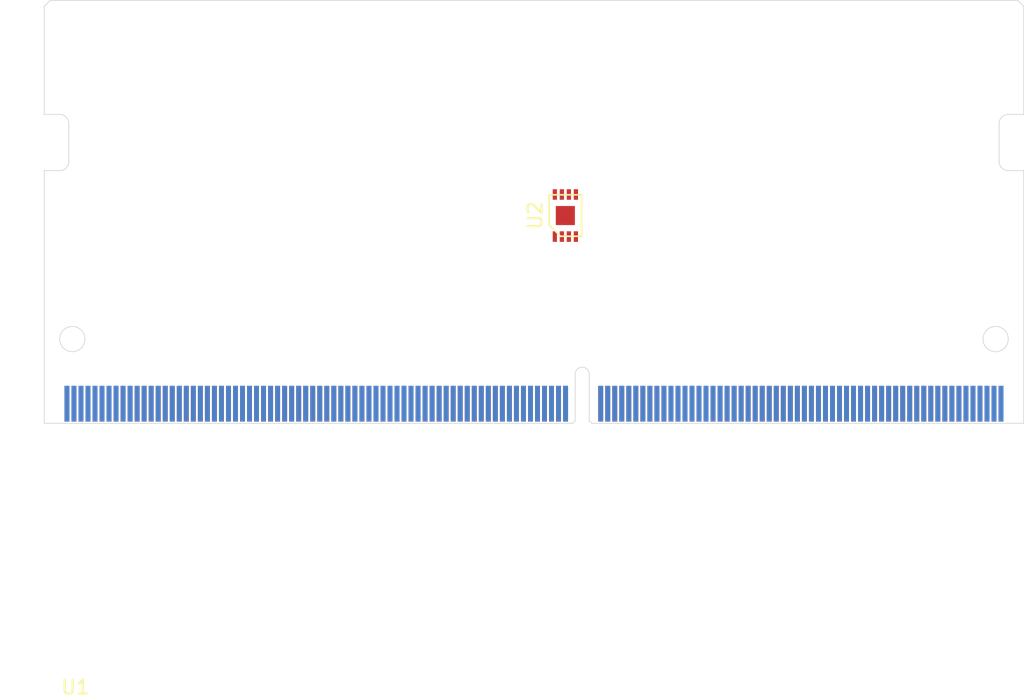
<source format=kicad_pcb>
(kicad_pcb (version 20171130) (host pcbnew "(5.1.4)-1")

  (general
    (thickness 1.3)
    (drawings 26)
    (tracks 0)
    (zones 0)
    (modules 2)
    (nets 10)
  )

  (page A4)
  (layers
    (0 F.Cu signal)
    (31 B.Cu signal)
    (32 B.Adhes user)
    (33 F.Adhes user)
    (34 B.Paste user)
    (35 F.Paste user)
    (36 B.SilkS user)
    (37 F.SilkS user)
    (38 B.Mask user)
    (39 F.Mask user)
    (40 Dwgs.User user)
    (41 Cmts.User user)
    (42 Eco1.User user)
    (43 Eco2.User user)
    (44 Edge.Cuts user)
    (45 Margin user)
    (46 B.CrtYd user)
    (47 F.CrtYd user)
    (48 B.Fab user)
    (49 F.Fab user)
  )

  (setup
    (last_trace_width 0.25)
    (trace_clearance 0.2)
    (zone_clearance 0.508)
    (zone_45_only no)
    (trace_min 0.2)
    (via_size 0.8)
    (via_drill 0.4)
    (via_min_size 0.4)
    (via_min_drill 0.3)
    (uvia_size 0.3)
    (uvia_drill 0.1)
    (uvias_allowed no)
    (uvia_min_size 0.2)
    (uvia_min_drill 0.1)
    (edge_width 0.05)
    (segment_width 0.2)
    (pcb_text_width 0.3)
    (pcb_text_size 1.5 1.5)
    (mod_edge_width 0.12)
    (mod_text_size 1 1)
    (mod_text_width 0.15)
    (pad_size 1.524 1.524)
    (pad_drill 0.762)
    (pad_to_mask_clearance 0.051)
    (solder_mask_min_width 0.25)
    (aux_axis_origin 0 0)
    (visible_elements 7FFFFFFF)
    (pcbplotparams
      (layerselection 0x010fc_ffffffff)
      (usegerberextensions false)
      (usegerberattributes false)
      (usegerberadvancedattributes false)
      (creategerberjobfile false)
      (excludeedgelayer true)
      (linewidth 0.100000)
      (plotframeref false)
      (viasonmask false)
      (mode 1)
      (useauxorigin false)
      (hpglpennumber 1)
      (hpglpenspeed 20)
      (hpglpendiameter 15.000000)
      (psnegative false)
      (psa4output false)
      (plotreference true)
      (plotvalue true)
      (plotinvisibletext false)
      (padsonsilk false)
      (subtractmaskfromsilk false)
      (outputformat 1)
      (mirror false)
      (drillshape 1)
      (scaleselection 1)
      (outputdirectory ""))
  )

  (net 0 "")
  (net 1 VSS)
  (net 2 VDD)
  (net 3 SDA)
  (net 4 A2)
  (net 5 EVENT_n)
  (net 6 A0)
  (net 7 VPP)
  (net 8 SCL)
  (net 9 A1)

  (net_class Default "Esta es la clase de red por defecto."
    (clearance 0.2)
    (trace_width 0.25)
    (via_dia 0.8)
    (via_drill 0.4)
    (uvia_dia 0.3)
    (uvia_drill 0.1)
    (add_net A0)
    (add_net A1)
    (add_net A10_AP)
    (add_net A11)
    (add_net A12-BC_n)
    (add_net A13)
    (add_net A2)
    (add_net A3)
    (add_net A4)
    (add_net A5)
    (add_net A6)
    (add_net A7)
    (add_net A8)
    (add_net A9)
    (add_net ACT_n)
    (add_net ALERT_n)
    (add_net BA0)
    (add_net BA1)
    (add_net BG0)
    (add_net BG1)
    (add_net CAS_n-A15)
    (add_net CK0_c)
    (add_net CK0_t)
    (add_net CKE0)
    (add_net CKE1,NC)
    (add_net CS0_n)
    (add_net CS1_n,NC)
    (add_net EVENT_n)
    (add_net "Net-(R1-Pad~)")
    (add_net "Net-(R10-Pad~)")
    (add_net "Net-(R11-Pad~)")
    (add_net "Net-(R12-Pad~)")
    (add_net "Net-(R13-Pad~)")
    (add_net "Net-(R14-Pad~)")
    (add_net "Net-(R15-Pad~)")
    (add_net "Net-(R16-Pad~)")
    (add_net "Net-(R17-Pad~)")
    (add_net "Net-(R18-Pad~)")
    (add_net "Net-(R19-Pad~)")
    (add_net "Net-(R2-Pad~)")
    (add_net "Net-(R20-Pad~)")
    (add_net "Net-(R21-Pad~)")
    (add_net "Net-(R22-Pad~)")
    (add_net "Net-(R23-Pad~)")
    (add_net "Net-(R24-Pad~)")
    (add_net "Net-(R25-Pad~)")
    (add_net "Net-(R26-Pad~)")
    (add_net "Net-(R27-Pad~)")
    (add_net "Net-(R28-Pad~)")
    (add_net "Net-(R29-Pad~)")
    (add_net "Net-(R3-Pad~)")
    (add_net "Net-(R30-Pad~)")
    (add_net "Net-(R31-Pad~)")
    (add_net "Net-(R32-Pad~)")
    (add_net "Net-(R33-Pad~)")
    (add_net "Net-(R34-Pad~)")
    (add_net "Net-(R35-Pad~)")
    (add_net "Net-(R36-Pad~)")
    (add_net "Net-(R37-Pad~)")
    (add_net "Net-(R38-Pad~)")
    (add_net "Net-(R39-Pad~)")
    (add_net "Net-(R4-Pad~)")
    (add_net "Net-(R40-Pad~)")
    (add_net "Net-(R41-Pad~)")
    (add_net "Net-(R42-Pad~)")
    (add_net "Net-(R43-Pad~)")
    (add_net "Net-(R44-Pad~)")
    (add_net "Net-(R45-Pad~)")
    (add_net "Net-(R46-Pad~)")
    (add_net "Net-(R47-Pad~)")
    (add_net "Net-(R48-Pad~)")
    (add_net "Net-(R49-Pad~)")
    (add_net "Net-(R5-Pad~)")
    (add_net "Net-(R50-Pad~)")
    (add_net "Net-(R51-Pad~)")
    (add_net "Net-(R52-Pad~)")
    (add_net "Net-(R53-Pad~)")
    (add_net "Net-(R54-Pad~)")
    (add_net "Net-(R55-Pad~)")
    (add_net "Net-(R56-Pad~)")
    (add_net "Net-(R57-Pad~)")
    (add_net "Net-(R58-Pad~)")
    (add_net "Net-(R59-Pad~)")
    (add_net "Net-(R6-Pad~)")
    (add_net "Net-(R60-Pad~)")
    (add_net "Net-(R61-Pad~)")
    (add_net "Net-(R62-Pad~)")
    (add_net "Net-(R63-Pad~)")
    (add_net "Net-(R64-Pad~)")
    (add_net "Net-(R65-Pad~)")
    (add_net "Net-(R66-Pad~)")
    (add_net "Net-(R67-Pad~)")
    (add_net "Net-(R68-Pad~)")
    (add_net "Net-(R69-Pad~)")
    (add_net "Net-(R7-Pad~)")
    (add_net "Net-(R70-Pad~)")
    (add_net "Net-(R71-Pad~)")
    (add_net "Net-(R72-Pad~)")
    (add_net "Net-(R73-Pad~)")
    (add_net "Net-(R74-Pad~)")
    (add_net "Net-(R75-Pad~)")
    (add_net "Net-(R76-Pad~)")
    (add_net "Net-(R77-Pad~)")
    (add_net "Net-(R78-Pad~)")
    (add_net "Net-(R79-Pad~)")
    (add_net "Net-(R8-Pad~)")
    (add_net "Net-(R80-Pad~)")
    (add_net "Net-(R81-Pad~)")
    (add_net "Net-(R82-Pad~)")
    (add_net "Net-(R83-Pad~)")
    (add_net "Net-(R84-Pad~)")
    (add_net "Net-(R85-Pad~)")
    (add_net "Net-(R86-Pad~)")
    (add_net "Net-(R87-Pad~)")
    (add_net "Net-(R88-Pad~)")
    (add_net "Net-(R89-Pad~)")
    (add_net "Net-(R9-Pad~)")
    (add_net "Net-(R90-Pad~)")
    (add_net "Net-(R91-Pad~)")
    (add_net "Net-(R92-Pad~)")
    (add_net "Net-(R93-Pad~)")
    (add_net "Net-(R94-Pad~)")
    (add_net "Net-(R95-Pad~)")
    (add_net "Net-(R96-Pad~)")
    (add_net "Net-(R97-Pad~)")
    (add_net "Net-(R98-Pad~)")
    (add_net "Net-(R99-Pad~)")
    (add_net "Net-(U1-Pad138)")
    (add_net "Net-(U1-Pad140)")
    (add_net "Net-(U1-Pad162)")
    (add_net "Net-(U1-Pad165)")
    (add_net ODT0)
    (add_net ODT1_n,NC)
    (add_net PAR)
    (add_net RAS_n-A16)
    (add_net RESET_n)
    (add_net SA0)
    (add_net SA1)
    (add_net SA2)
    (add_net SCL)
    (add_net SDA)
    (add_net VDD)
    (add_net VPP)
    (add_net VSS)
    (add_net VTT)
    (add_net WE_n-A14)
  )

  (module DDR4_SODIMM:SOIC-8 (layer F.Cu) (tedit 6019C3DE) (tstamp 604E9F98)
    (at 37.1 -14.8)
    (path /616D50B6)
    (attr smd)
    (fp_text reference U2 (at -2.15 0 90) (layer F.SilkS)
      (effects (font (size 1 1) (thickness 0.15)))
    )
    (fp_text value MCP9843 (at 0 0) (layer F.Fab)
      (effects (font (size 1 1) (thickness 0.15)))
    )
    (fp_line (start -1.15 2.13) (end -1.15 -2.13) (layer F.CrtYd) (width 0.05))
    (fp_line (start 1.15 2.13) (end -1.15 2.13) (layer F.CrtYd) (width 0.05))
    (fp_line (start 1.15 -2.13) (end 1.15 2.13) (layer F.CrtYd) (width 0.05))
    (fp_line (start -1.15 -2.13) (end 1.15 -2.13) (layer F.CrtYd) (width 0.05))
    (fp_line (start 1.15 1.475) (end -0.35 1.475) (layer F.SilkS) (width 0.12))
    (fp_line (start 1.15 -1.475) (end 1.15 1.475) (layer F.SilkS) (width 0.12))
    (fp_line (start -1.15 -1.475) (end 1.15 -1.475) (layer F.SilkS) (width 0.12))
    (fp_line (start -1.15 0.675) (end -1.15 -1.475) (layer F.SilkS) (width 0.12))
    (fp_line (start -0.35 1.475) (end -1.15 0.675) (layer F.SilkS) (width 0.12))
    (pad 9 smd rect (at 0 0) (size 1.36 1.36) (layers F.Cu F.Paste F.Mask)
      (net 1 VSS))
    (pad 4 smd rect (at 0.75 1.5) (size 0.3 0.75) (layers F.Cu F.Paste F.Mask))
    (pad 5 smd rect (at 0.75 -1.5) (size 0.3 0.75) (layers F.Cu F.Paste F.Mask)
      (net 3 SDA))
    (pad 3 smd rect (at 0.25 1.5) (size 0.3 0.75) (layers F.Cu F.Paste F.Mask)
      (net 4 A2))
    (pad 6 smd rect (at 0.25 -1.5) (size 0.3 0.75) (layers F.Cu F.Paste F.Mask)
      (net 8 SCL))
    (pad 2 smd rect (at -0.25 1.5) (size 0.3 0.75) (layers F.Cu F.Paste F.Mask)
      (net 9 A1))
    (pad 7 smd rect (at -0.25 -1.5) (size 0.3 0.75) (layers F.Cu F.Paste F.Mask)
      (net 5 EVENT_n))
    (pad 1 smd rect (at -0.75 1.5) (size 0.3 0.75) (layers F.Cu F.Paste F.Mask)
      (net 6 A0))
    (pad 8 smd rect (at -0.75 -1.5) (size 0.3 0.75) (layers F.Cu F.Paste F.Mask))
  )

  (module DDR4_SODIMM:DDR4_SODIMM (layer F.Cu) (tedit 601AD0CE) (tstamp 604E9F82)
    (at 1.615 -1.4)
    (path /603D54DF)
    (fp_text reference U1 (at 0.6 20.2) (layer F.SilkS)
      (effects (font (size 1 1) (thickness 0.15)))
    )
    (fp_text value DDR4_SODIMM (at 0.6 19.2) (layer F.Fab)
      (effects (font (size 1 1) (thickness 0.15)))
    )
    (pad 6 smd rect (at 1 0) (size 0.35 2.55) (layers B.Cu B.Paste B.Mask)
      (net 1 VSS))
    (pad 2 smd rect (at 0 0) (size 0.35 2.55) (layers B.Cu B.Paste B.Mask)
      (net 1 VSS))
    (pad 10 smd rect (at 2 0) (size 0.35 2.55) (layers B.Cu B.Paste B.Mask)
      (net 1 VSS))
    (pad 8 smd rect (at 1.5 0) (size 0.35 2.55) (layers B.Cu B.Paste B.Mask))
    (pad 14 smd rect (at 3 0) (size 0.35 2.55) (layers B.Cu B.Paste B.Mask)
      (net 1 VSS))
    (pad 4 smd rect (at 0.5 0) (size 0.35 2.55) (layers B.Cu B.Paste B.Mask))
    (pad 16 smd rect (at 3.5 0) (size 0.35 2.55) (layers B.Cu B.Paste B.Mask))
    (pad 12 smd rect (at 2.5 0) (size 0.35 2.55) (layers B.Cu B.Paste B.Mask))
    (pad 78 smd rect (at 19 0) (size 0.35 2.55) (layers B.Cu B.Paste B.Mask)
      (net 1 VSS))
    (pad 112 smd rect (at 27.5 0) (size 0.35 2.55) (layers B.Cu B.Paste B.Mask)
      (net 2 VDD))
    (pad 182 smd rect (at 47 0) (size 0.35 2.55) (layers B.Cu B.Paste B.Mask))
    (pad 46 smd rect (at 11 0) (size 0.35 2.55) (layers B.Cu B.Paste B.Mask))
    (pad 42 smd rect (at 10 0) (size 0.35 2.55) (layers B.Cu B.Paste B.Mask))
    (pad 88 smd rect (at 21.5 0) (size 0.35 2.55) (layers B.Cu B.Paste B.Mask))
    (pad 66 smd rect (at 16 0) (size 0.35 2.55) (layers B.Cu B.Paste B.Mask))
    (pad 90 smd rect (at 22 0) (size 0.35 2.55) (layers B.Cu B.Paste B.Mask)
      (net 1 VSS))
    (pad 26 smd rect (at 6 0) (size 0.35 2.55) (layers B.Cu B.Paste B.Mask)
      (net 1 VSS))
    (pad 72 smd rect (at 17.5 0) (size 0.35 2.55) (layers B.Cu B.Paste B.Mask)
      (net 1 VSS))
    (pad 96 smd rect (at 23.5 0) (size 0.35 2.55) (layers B.Cu B.Paste B.Mask))
    (pad 62 smd rect (at 15 0) (size 0.35 2.55) (layers B.Cu B.Paste B.Mask))
    (pad 80 smd rect (at 19.5 0) (size 0.35 2.55) (layers B.Cu B.Paste B.Mask))
    (pad 100 smd rect (at 24.5 0) (size 0.35 2.55) (layers B.Cu B.Paste B.Mask))
    (pad 52 smd rect (at 12.5 0) (size 0.35 2.55) (layers B.Cu B.Paste B.Mask)
      (net 1 VSS))
    (pad 40 smd rect (at 9.5 0) (size 0.35 2.55) (layers B.Cu B.Paste B.Mask)
      (net 1 VSS))
    (pad 102 smd rect (at 25 0) (size 0.35 2.55) (layers B.Cu B.Paste B.Mask)
      (net 1 VSS))
    (pad 108 smd rect (at 26.5 0) (size 0.35 2.55) (layers B.Cu B.Paste B.Mask))
    (pad 28 smd rect (at 6.5 0) (size 0.35 2.55) (layers B.Cu B.Paste B.Mask))
    (pad 64 smd rect (at 15.5 0) (size 0.35 2.55) (layers B.Cu B.Paste B.Mask)
      (net 1 VSS))
    (pad 20 smd rect (at 4.5 0) (size 0.35 2.55) (layers B.Cu B.Paste B.Mask))
    (pad 98 smd rect (at 24 0) (size 0.35 2.55) (layers B.Cu B.Paste B.Mask)
      (net 1 VSS))
    (pad 86 smd rect (at 21 0) (size 0.35 2.55) (layers B.Cu B.Paste B.Mask)
      (net 1 VSS))
    (pad 60 smd rect (at 14.5 0) (size 0.35 2.55) (layers B.Cu B.Paste B.Mask)
      (net 1 VSS))
    (pad 76 smd rect (at 18.5 0) (size 0.35 2.55) (layers B.Cu B.Paste B.Mask))
    (pad 116 smd rect (at 28.5 0) (size 0.35 2.55) (layers B.Cu B.Paste B.Mask))
    (pad 124 smd rect (at 30.5 0) (size 0.35 2.55) (layers B.Cu B.Paste B.Mask)
      (net 2 VDD))
    (pad 68 smd rect (at 16.5 0) (size 0.35 2.55) (layers B.Cu B.Paste B.Mask)
      (net 1 VSS))
    (pad 38 smd rect (at 9 0) (size 0.35 2.55) (layers B.Cu B.Paste B.Mask))
    (pad 54 smd rect (at 13 0) (size 0.35 2.55) (layers B.Cu B.Paste B.Mask))
    (pad 118 smd rect (at 29 0) (size 0.35 2.55) (layers B.Cu B.Paste B.Mask)
      (net 2 VDD))
    (pad 24 smd rect (at 5.5 0) (size 0.35 2.55) (layers B.Cu B.Paste B.Mask))
    (pad 56 smd rect (at 13.5 0) (size 0.35 2.55) (layers B.Cu B.Paste B.Mask)
      (net 1 VSS))
    (pad 48 smd rect (at 11.5 0) (size 0.35 2.55) (layers B.Cu B.Paste B.Mask)
      (net 1 VSS))
    (pad 84 smd rect (at 20.5 0) (size 0.35 2.55) (layers B.Cu B.Paste B.Mask))
    (pad 126 smd rect (at 31 0) (size 0.35 2.55) (layers B.Cu B.Paste B.Mask))
    (pad 18 smd rect (at 4 0) (size 0.35 2.55) (layers B.Cu B.Paste B.Mask)
      (net 1 VSS))
    (pad 74 smd rect (at 18 0) (size 0.35 2.55) (layers B.Cu B.Paste B.Mask))
    (pad 94 smd rect (at 23 0) (size 0.35 2.55) (layers B.Cu B.Paste B.Mask)
      (net 1 VSS))
    (pad 106 smd rect (at 26 0) (size 0.35 2.55) (layers B.Cu B.Paste B.Mask)
      (net 1 VSS))
    (pad 114 smd rect (at 28 0) (size 0.35 2.55) (layers B.Cu B.Paste B.Mask))
    (pad 120 smd rect (at 29.5 0) (size 0.35 2.55) (layers B.Cu B.Paste B.Mask))
    (pad 128 smd rect (at 31.5 0) (size 0.35 2.55) (layers B.Cu B.Paste B.Mask))
    (pad 104 smd rect (at 25.5 0) (size 0.35 2.55) (layers B.Cu B.Paste B.Mask))
    (pad 44 smd rect (at 10.5 0) (size 0.35 2.55) (layers B.Cu B.Paste B.Mask)
      (net 1 VSS))
    (pad 36 smd rect (at 8.5 0) (size 0.35 2.55) (layers B.Cu B.Paste B.Mask)
      (net 1 VSS))
    (pad 82 smd rect (at 20 0) (size 0.35 2.55) (layers B.Cu B.Paste B.Mask)
      (net 1 VSS))
    (pad 22 smd rect (at 5 0) (size 0.35 2.55) (layers B.Cu B.Paste B.Mask)
      (net 1 VSS))
    (pad 58 smd rect (at 14 0) (size 0.35 2.55) (layers B.Cu B.Paste B.Mask))
    (pad 168 smd rect (at 43.5 0) (size 0.35 2.55) (layers B.Cu B.Paste B.Mask)
      (net 1 VSS))
    (pad 34 smd rect (at 8 0) (size 0.35 2.55) (layers B.Cu B.Paste B.Mask))
    (pad 70 smd rect (at 17 0) (size 0.35 2.55) (layers B.Cu B.Paste B.Mask))
    (pad 32 smd rect (at 7.5 0) (size 0.35 2.55) (layers B.Cu B.Paste B.Mask))
    (pad 122 smd rect (at 30 0) (size 0.35 2.55) (layers B.Cu B.Paste B.Mask))
    (pad 130 smd rect (at 32 0) (size 0.35 2.55) (layers B.Cu B.Paste B.Mask)
      (net 2 VDD))
    (pad 166 smd rect (at 43 0) (size 0.35 2.55) (layers B.Cu B.Paste B.Mask))
    (pad 92 smd rect (at 22.5 0) (size 0.35 2.55) (layers B.Cu B.Paste B.Mask))
    (pad 162 smd rect (at 42 0) (size 0.35 2.55) (layers B.Cu B.Paste B.Mask))
    (pad 50 smd rect (at 12 0) (size 0.35 2.55) (layers B.Cu B.Paste B.Mask))
    (pad 164 smd rect (at 42.5 0) (size 0.35 2.55) (layers B.Cu B.Paste B.Mask)
      (net 2 VDD))
    (pad 110 smd rect (at 27 0) (size 0.35 2.55) (layers B.Cu B.Paste B.Mask))
    (pad 170 smd rect (at 44 0) (size 0.35 2.55) (layers B.Cu B.Paste B.Mask))
    (pad 30 smd rect (at 7 0) (size 0.35 2.55) (layers B.Cu B.Paste B.Mask)
      (net 1 VSS))
    (pad 184 smd rect (at 47.5 0) (size 0.35 2.55) (layers B.Cu B.Paste B.Mask)
      (net 1 VSS))
    (pad 228 smd rect (at 58.5 0) (size 0.35 2.55) (layers B.Cu B.Paste B.Mask))
    (pad 196 smd rect (at 50.5 0) (size 0.35 2.55) (layers B.Cu B.Paste B.Mask)
      (net 1 VSS))
    (pad 214 smd rect (at 55 0) (size 0.35 2.55) (layers B.Cu B.Paste B.Mask)
      (net 1 VSS))
    (pad 212 smd rect (at 54.5 0) (size 0.35 2.55) (layers B.Cu B.Paste B.Mask))
    (pad 234 smd rect (at 60 0) (size 0.35 2.55) (layers B.Cu B.Paste B.Mask)
      (net 1 VSS))
    (pad 248 smd rect (at 63.5 0) (size 0.35 2.55) (layers B.Cu B.Paste B.Mask)
      (net 1 VSS))
    (pad 238 smd rect (at 61 0) (size 0.35 2.55) (layers B.Cu B.Paste B.Mask)
      (net 1 VSS))
    (pad 258 smd rect (at 66 0) (size 0.35 2.55) (layers B.Cu B.Paste B.Mask))
    (pad 244 smd rect (at 62.5 0) (size 0.35 2.55) (layers B.Cu B.Paste B.Mask)
      (net 1 VSS))
    (pad 252 smd rect (at 64.5 0) (size 0.35 2.55) (layers B.Cu B.Paste B.Mask)
      (net 1 VSS))
    (pad 240 smd rect (at 61.5 0) (size 0.35 2.55) (layers B.Cu B.Paste B.Mask))
    (pad 254 smd rect (at 65 0) (size 0.35 2.55) (layers B.Cu B.Paste B.Mask)
      (net 3 SDA))
    (pad 232 smd rect (at 59.5 0) (size 0.35 2.55) (layers B.Cu B.Paste B.Mask))
    (pad 224 smd rect (at 57.5 0) (size 0.35 2.55) (layers B.Cu B.Paste B.Mask))
    (pad 208 smd rect (at 53.5 0) (size 0.35 2.55) (layers B.Cu B.Paste B.Mask))
    (pad 242 smd rect (at 62 0) (size 0.35 2.55) (layers B.Cu B.Paste B.Mask))
    (pad 190 smd rect (at 49 0) (size 0.35 2.55) (layers B.Cu B.Paste B.Mask))
    (pad 202 smd rect (at 52 0) (size 0.35 2.55) (layers B.Cu B.Paste B.Mask)
      (net 1 VSS))
    (pad 250 smd rect (at 64 0) (size 0.35 2.55) (layers B.Cu B.Paste B.Mask))
    (pad 194 smd rect (at 50 0) (size 0.35 2.55) (layers B.Cu B.Paste B.Mask))
    (pad 236 smd rect (at 60.5 0) (size 0.35 2.55) (layers B.Cu B.Paste B.Mask))
    (pad 200 smd rect (at 51.5 0) (size 0.35 2.55) (layers B.Cu B.Paste B.Mask))
    (pad 204 smd rect (at 52.5 0) (size 0.35 2.55) (layers B.Cu B.Paste B.Mask))
    (pad 210 smd rect (at 54 0) (size 0.35 2.55) (layers B.Cu B.Paste B.Mask)
      (net 1 VSS))
    (pad 230 smd rect (at 59 0) (size 0.35 2.55) (layers B.Cu B.Paste B.Mask)
      (net 1 VSS))
    (pad 192 smd rect (at 49.5 0) (size 0.35 2.55) (layers B.Cu B.Paste B.Mask)
      (net 1 VSS))
    (pad 246 smd rect (at 63 0) (size 0.35 2.55) (layers B.Cu B.Paste B.Mask))
    (pad 260 smd rect (at 66.5 0) (size 0.35 2.55) (layers B.Cu B.Paste B.Mask))
    (pad 226 smd rect (at 58 0) (size 0.35 2.55) (layers B.Cu B.Paste B.Mask)
      (net 1 VSS))
    (pad 206 smd rect (at 53 0) (size 0.35 2.55) (layers B.Cu B.Paste B.Mask)
      (net 1 VSS))
    (pad 256 smd rect (at 65.5 0) (size 0.35 2.55) (layers B.Cu B.Paste B.Mask))
    (pad 198 smd rect (at 51 0) (size 0.35 2.55) (layers B.Cu B.Paste B.Mask))
    (pad 188 smd rect (at 48.5 0) (size 0.35 2.55) (layers B.Cu B.Paste B.Mask)
      (net 1 VSS))
    (pad 186 smd rect (at 48 0) (size 0.35 2.55) (layers B.Cu B.Paste B.Mask))
    (pad 158 smd rect (at 41 0) (size 0.35 2.55) (layers B.Cu B.Paste B.Mask))
    (pad 154 smd rect (at 40 0) (size 0.35 2.55) (layers B.Cu B.Paste B.Mask)
      (net 2 VDD))
    (pad 138 smd rect (at 34 0) (size 0.35 2.55) (layers B.Cu B.Paste B.Mask))
    (pad 136 smd rect (at 33.5 0) (size 0.35 2.55) (layers B.Cu B.Paste B.Mask)
      (net 2 VDD))
    (pad 148 smd rect (at 38.5 0) (size 0.35 2.55) (layers B.Cu B.Paste B.Mask)
      (net 2 VDD))
    (pad 156 smd rect (at 40.5 0) (size 0.35 2.55) (layers B.Cu B.Paste B.Mask))
    (pad 140 smd rect (at 34.5 0) (size 0.35 2.55) (layers B.Cu B.Paste B.Mask))
    (pad 160 smd rect (at 41.5 0) (size 0.35 2.55) (layers B.Cu B.Paste B.Mask)
      (net 2 VDD))
    (pad 152 smd rect (at 39.5 0) (size 0.35 2.55) (layers B.Cu B.Paste B.Mask))
    (pad 132 smd rect (at 32.5 0) (size 0.35 2.55) (layers B.Cu B.Paste B.Mask)
      (net 4 A2))
    (pad 134 smd rect (at 33 0) (size 0.35 2.55) (layers B.Cu B.Paste B.Mask)
      (net 5 EVENT_n))
    (pad 222 smd rect (at 57 0) (size 0.35 2.55) (layers B.Cu B.Paste B.Mask)
      (net 1 VSS))
    (pad 220 smd rect (at 56.5 0) (size 0.35 2.55) (layers B.Cu B.Paste B.Mask))
    (pad 218 smd rect (at 56 0) (size 0.35 2.55) (layers B.Cu B.Paste B.Mask)
      (net 1 VSS))
    (pad 174 smd rect (at 45 0) (size 0.35 2.55) (layers B.Cu B.Paste B.Mask))
    (pad 150 smd rect (at 39 0) (size 0.35 2.55) (layers B.Cu B.Paste B.Mask))
    (pad 216 smd rect (at 55.5 0) (size 0.35 2.55) (layers B.Cu B.Paste B.Mask))
    (pad 180 smd rect (at 46.5 0) (size 0.35 2.55) (layers B.Cu B.Paste B.Mask)
      (net 1 VSS))
    (pad 176 smd rect (at 45.5 0) (size 0.35 2.55) (layers B.Cu B.Paste B.Mask)
      (net 1 VSS))
    (pad 178 smd rect (at 46 0) (size 0.35 2.55) (layers B.Cu B.Paste B.Mask))
    (pad 172 smd rect (at 44.5 0) (size 0.35 2.55) (layers B.Cu B.Paste B.Mask)
      (net 1 VSS))
    (pad 146 smd rect (at 38 0) (size 0.35 2.55) (layers B.Cu B.Paste B.Mask))
    (pad 144 smd rect (at 35.5 0) (size 0.35 2.55) (layers B.Cu B.Paste B.Mask)
      (net 6 A0))
    (pad 142 smd rect (at 35 0) (size 0.35 2.55) (layers B.Cu B.Paste B.Mask)
      (net 2 VDD))
    (pad 239 smd rect (at 61.5 0) (size 0.35 2.55) (layers F.Cu F.Paste F.Mask)
      (net 1 VSS))
    (pad 241 smd rect (at 62 0) (size 0.35 2.55) (layers F.Cu F.Paste F.Mask))
    (pad 243 smd rect (at 62.5 0) (size 0.35 2.55) (layers F.Cu F.Paste F.Mask)
      (net 1 VSS))
    (pad 245 smd rect (at 63 0) (size 0.35 2.55) (layers F.Cu F.Paste F.Mask))
    (pad 259 smd rect (at 66.5 0) (size 0.35 2.55) (layers F.Cu F.Paste F.Mask)
      (net 7 VPP))
    (pad 247 smd rect (at 63.5 0) (size 0.35 2.55) (layers F.Cu F.Paste F.Mask)
      (net 1 VSS))
    (pad 249 smd rect (at 64 0) (size 0.35 2.55) (layers F.Cu F.Paste F.Mask))
    (pad 251 smd rect (at 64.5 0) (size 0.35 2.55) (layers F.Cu F.Paste F.Mask)
      (net 1 VSS))
    (pad 253 smd rect (at 65 0) (size 0.35 2.55) (layers F.Cu F.Paste F.Mask)
      (net 8 SCL))
    (pad 255 smd rect (at 65.5 0) (size 0.35 2.55) (layers F.Cu F.Paste F.Mask)
      (net 2 VDD))
    (pad 257 smd rect (at 66 0) (size 0.35 2.55) (layers F.Cu F.Paste F.Mask)
      (net 7 VPP))
    (pad 185 smd rect (at 48 0) (size 0.35 2.55) (layers F.Cu F.Paste F.Mask)
      (net 1 VSS))
    (pad 187 smd rect (at 48.5 0) (size 0.35 2.55) (layers F.Cu F.Paste F.Mask))
    (pad 189 smd rect (at 49 0) (size 0.35 2.55) (layers F.Cu F.Paste F.Mask)
      (net 1 VSS))
    (pad 191 smd rect (at 49.5 0) (size 0.35 2.55) (layers F.Cu F.Paste F.Mask))
    (pad 205 smd rect (at 53 0) (size 0.35 2.55) (layers F.Cu F.Paste F.Mask)
      (net 1 VSS))
    (pad 207 smd rect (at 53.5 0) (size 0.35 2.55) (layers F.Cu F.Paste F.Mask))
    (pad 209 smd rect (at 54 0) (size 0.35 2.55) (layers F.Cu F.Paste F.Mask)
      (net 1 VSS))
    (pad 211 smd rect (at 54.5 0) (size 0.35 2.55) (layers F.Cu F.Paste F.Mask))
    (pad 213 smd rect (at 55 0) (size 0.35 2.55) (layers F.Cu F.Paste F.Mask)
      (net 1 VSS))
    (pad 193 smd rect (at 50 0) (size 0.35 2.55) (layers F.Cu F.Paste F.Mask)
      (net 1 VSS))
    (pad 195 smd rect (at 50.5 0) (size 0.35 2.55) (layers F.Cu F.Paste F.Mask))
    (pad 197 smd rect (at 51 0) (size 0.35 2.55) (layers F.Cu F.Paste F.Mask)
      (net 1 VSS))
    (pad 199 smd rect (at 51.5 0) (size 0.35 2.55) (layers F.Cu F.Paste F.Mask))
    (pad 201 smd rect (at 52 0) (size 0.35 2.55) (layers F.Cu F.Paste F.Mask)
      (net 1 VSS))
    (pad 203 smd rect (at 52.5 0) (size 0.35 2.55) (layers F.Cu F.Paste F.Mask))
    (pad 225 smd rect (at 58 0) (size 0.35 2.55) (layers F.Cu F.Paste F.Mask))
    (pad 227 smd rect (at 58.5 0) (size 0.35 2.55) (layers F.Cu F.Paste F.Mask)
      (net 1 VSS))
    (pad 229 smd rect (at 59 0) (size 0.35 2.55) (layers F.Cu F.Paste F.Mask))
    (pad 231 smd rect (at 59.5 0) (size 0.35 2.55) (layers F.Cu F.Paste F.Mask)
      (net 1 VSS))
    (pad 233 smd rect (at 60 0) (size 0.35 2.55) (layers F.Cu F.Paste F.Mask))
    (pad 235 smd rect (at 60.5 0) (size 0.35 2.55) (layers F.Cu F.Paste F.Mask)
      (net 1 VSS))
    (pad 237 smd rect (at 61 0) (size 0.35 2.55) (layers F.Cu F.Paste F.Mask))
    (pad 223 smd rect (at 57.5 0) (size 0.35 2.55) (layers F.Cu F.Paste F.Mask)
      (net 1 VSS))
    (pad 215 smd rect (at 55.5 0) (size 0.35 2.55) (layers F.Cu F.Paste F.Mask))
    (pad 217 smd rect (at 56 0) (size 0.35 2.55) (layers F.Cu F.Paste F.Mask)
      (net 1 VSS))
    (pad 219 smd rect (at 56.5 0) (size 0.35 2.55) (layers F.Cu F.Paste F.Mask))
    (pad 221 smd rect (at 57 0) (size 0.35 2.55) (layers F.Cu F.Paste F.Mask))
    (pad 131 smd rect (at 32.5 0) (size 0.35 2.55) (layers F.Cu F.Paste F.Mask))
    (pad 133 smd rect (at 33 0) (size 0.35 2.55) (layers F.Cu F.Paste F.Mask)
      (net 9 A1))
    (pad 135 smd rect (at 33.5 0) (size 0.35 2.55) (layers F.Cu F.Paste F.Mask)
      (net 2 VDD))
    (pad 137 smd rect (at 34 0) (size 0.35 2.55) (layers F.Cu F.Paste F.Mask))
    (pad 151 smd rect (at 39.5 0) (size 0.35 2.55) (layers F.Cu F.Paste F.Mask))
    (pad 153 smd rect (at 40 0) (size 0.35 2.55) (layers F.Cu F.Paste F.Mask)
      (net 2 VDD))
    (pad 155 smd rect (at 40.5 0) (size 0.35 2.55) (layers F.Cu F.Paste F.Mask))
    (pad 157 smd rect (at 41 0) (size 0.35 2.55) (layers F.Cu F.Paste F.Mask))
    (pad 159 smd rect (at 41.5 0) (size 0.35 2.55) (layers F.Cu F.Paste F.Mask)
      (net 2 VDD))
    (pad 139 smd rect (at 34.5 0) (size 0.35 2.55) (layers F.Cu F.Paste F.Mask))
    (pad 141 smd rect (at 35 0) (size 0.35 2.55) (layers F.Cu F.Paste F.Mask)
      (net 2 VDD))
    (pad 143 smd rect (at 35.5 0) (size 0.35 2.55) (layers F.Cu F.Paste F.Mask))
    (pad 145 smd rect (at 38 0) (size 0.35 2.55) (layers F.Cu F.Paste F.Mask))
    (pad 147 smd rect (at 38.5 0) (size 0.35 2.55) (layers F.Cu F.Paste F.Mask)
      (net 2 VDD))
    (pad 149 smd rect (at 39 0) (size 0.35 2.55) (layers F.Cu F.Paste F.Mask))
    (pad 171 smd rect (at 44.5 0) (size 0.35 2.55) (layers F.Cu F.Paste F.Mask)
      (net 1 VSS))
    (pad 173 smd rect (at 45 0) (size 0.35 2.55) (layers F.Cu F.Paste F.Mask))
    (pad 175 smd rect (at 45.5 0) (size 0.35 2.55) (layers F.Cu F.Paste F.Mask)
      (net 1 VSS))
    (pad 177 smd rect (at 46 0) (size 0.35 2.55) (layers F.Cu F.Paste F.Mask))
    (pad 179 smd rect (at 46.5 0) (size 0.35 2.55) (layers F.Cu F.Paste F.Mask))
    (pad 181 smd rect (at 47 0) (size 0.35 2.55) (layers F.Cu F.Paste F.Mask)
      (net 1 VSS))
    (pad 183 smd rect (at 47.5 0) (size 0.35 2.55) (layers F.Cu F.Paste F.Mask))
    (pad 169 smd rect (at 44 0) (size 0.35 2.55) (layers F.Cu F.Paste F.Mask))
    (pad 161 smd rect (at 42 0) (size 0.35 2.55) (layers F.Cu F.Paste F.Mask))
    (pad 163 smd rect (at 42.5 0) (size 0.35 2.55) (layers F.Cu F.Paste F.Mask)
      (net 2 VDD))
    (pad 165 smd rect (at 43 0) (size 0.35 2.55) (layers F.Cu F.Paste F.Mask))
    (pad 167 smd rect (at 43.5 0) (size 0.35 2.55) (layers F.Cu F.Paste F.Mask)
      (net 1 VSS))
    (pad 129 smd rect (at 32 0) (size 0.35 2.55) (layers F.Cu F.Paste F.Mask)
      (net 2 VDD))
    (pad 127 smd rect (at 31.5 0) (size 0.35 2.55) (layers F.Cu F.Paste F.Mask))
    (pad 125 smd rect (at 31 0) (size 0.35 2.55) (layers F.Cu F.Paste F.Mask))
    (pad 123 smd rect (at 30.5 0) (size 0.35 2.55) (layers F.Cu F.Paste F.Mask)
      (net 2 VDD))
    (pad 121 smd rect (at 30 0) (size 0.35 2.55) (layers F.Cu F.Paste F.Mask))
    (pad 119 smd rect (at 29.5 0) (size 0.35 2.55) (layers F.Cu F.Paste F.Mask))
    (pad 117 smd rect (at 29 0) (size 0.35 2.55) (layers F.Cu F.Paste F.Mask)
      (net 2 VDD))
    (pad 115 smd rect (at 28.5 0) (size 0.35 2.55) (layers F.Cu F.Paste F.Mask))
    (pad 113 smd rect (at 28 0) (size 0.35 2.55) (layers F.Cu F.Paste F.Mask))
    (pad 111 smd rect (at 27.5 0) (size 0.35 2.55) (layers F.Cu F.Paste F.Mask)
      (net 2 VDD))
    (pad 109 smd rect (at 27 0) (size 0.35 2.55) (layers F.Cu F.Paste F.Mask))
    (pad 107 smd rect (at 26.5 0) (size 0.35 2.55) (layers F.Cu F.Paste F.Mask)
      (net 1 VSS))
    (pad 105 smd rect (at 26 0) (size 0.35 2.55) (layers F.Cu F.Paste F.Mask))
    (pad 103 smd rect (at 25.5 0) (size 0.35 2.55) (layers F.Cu F.Paste F.Mask)
      (net 1 VSS))
    (pad 101 smd rect (at 25 0) (size 0.35 2.55) (layers F.Cu F.Paste F.Mask))
    (pad 99 smd rect (at 24.5 0) (size 0.35 2.55) (layers F.Cu F.Paste F.Mask)
      (net 1 VSS))
    (pad 97 smd rect (at 24 0) (size 0.35 2.55) (layers F.Cu F.Paste F.Mask))
    (pad 95 smd rect (at 23.5 0) (size 0.35 2.55) (layers F.Cu F.Paste F.Mask))
    (pad 93 smd rect (at 23 0) (size 0.35 2.55) (layers F.Cu F.Paste F.Mask)
      (net 1 VSS))
    (pad 91 smd rect (at 22.5 0) (size 0.35 2.55) (layers F.Cu F.Paste F.Mask))
    (pad 89 smd rect (at 22 0) (size 0.35 2.55) (layers F.Cu F.Paste F.Mask)
      (net 1 VSS))
    (pad 87 smd rect (at 21.5 0) (size 0.35 2.55) (layers F.Cu F.Paste F.Mask))
    (pad 85 smd rect (at 21 0) (size 0.35 2.55) (layers F.Cu F.Paste F.Mask)
      (net 1 VSS))
    (pad 83 smd rect (at 20.5 0) (size 0.35 2.55) (layers F.Cu F.Paste F.Mask))
    (pad 81 smd rect (at 20 0) (size 0.35 2.55) (layers F.Cu F.Paste F.Mask)
      (net 1 VSS))
    (pad 79 smd rect (at 19.5 0) (size 0.35 2.55) (layers F.Cu F.Paste F.Mask))
    (pad 77 smd rect (at 19 0) (size 0.35 2.55) (layers F.Cu F.Paste F.Mask)
      (net 1 VSS))
    (pad 75 smd rect (at 18.5 0) (size 0.35 2.55) (layers F.Cu F.Paste F.Mask))
    (pad 73 smd rect (at 18 0) (size 0.35 2.55) (layers F.Cu F.Paste F.Mask)
      (net 1 VSS))
    (pad 71 smd rect (at 17.5 0) (size 0.35 2.55) (layers F.Cu F.Paste F.Mask))
    (pad 69 smd rect (at 17 0) (size 0.35 2.55) (layers F.Cu F.Paste F.Mask)
      (net 1 VSS))
    (pad 67 smd rect (at 16.5 0) (size 0.35 2.55) (layers F.Cu F.Paste F.Mask))
    (pad 65 smd rect (at 16 0) (size 0.35 2.55) (layers F.Cu F.Paste F.Mask)
      (net 1 VSS))
    (pad 63 smd rect (at 15.5 0) (size 0.35 2.55) (layers F.Cu F.Paste F.Mask))
    (pad 59 smd rect (at 14.5 0) (size 0.35 2.55) (layers F.Cu F.Paste F.Mask))
    (pad 61 smd rect (at 15 0) (size 0.35 2.55) (layers F.Cu F.Paste F.Mask)
      (net 1 VSS))
    (pad 57 smd rect (at 14 0) (size 0.35 2.55) (layers F.Cu F.Paste F.Mask)
      (net 1 VSS))
    (pad 55 smd rect (at 13.5 0) (size 0.35 2.55) (layers F.Cu F.Paste F.Mask))
    (pad 53 smd rect (at 13 0) (size 0.35 2.55) (layers F.Cu F.Paste F.Mask))
    (pad 51 smd rect (at 12.5 0) (size 0.35 2.55) (layers F.Cu F.Paste F.Mask)
      (net 1 VSS))
    (pad 49 smd rect (at 12 0) (size 0.35 2.55) (layers F.Cu F.Paste F.Mask))
    (pad 47 smd rect (at 11.5 0) (size 0.35 2.55) (layers F.Cu F.Paste F.Mask)
      (net 1 VSS))
    (pad 45 smd rect (at 11 0) (size 0.35 2.55) (layers F.Cu F.Paste F.Mask))
    (pad 43 smd rect (at 10.5 0) (size 0.35 2.55) (layers F.Cu F.Paste F.Mask)
      (net 1 VSS))
    (pad 41 smd rect (at 10 0) (size 0.35 2.55) (layers F.Cu F.Paste F.Mask))
    (pad 39 smd rect (at 9.5 0) (size 0.35 2.55) (layers F.Cu F.Paste F.Mask)
      (net 1 VSS))
    (pad 37 smd rect (at 9 0) (size 0.35 2.55) (layers F.Cu F.Paste F.Mask))
    (pad 35 smd rect (at 8.5 0) (size 0.35 2.55) (layers F.Cu F.Paste F.Mask)
      (net 1 VSS))
    (pad 33 smd rect (at 8 0) (size 0.35 2.55) (layers F.Cu F.Paste F.Mask))
    (pad 31 smd rect (at 7.5 0) (size 0.35 2.55) (layers F.Cu F.Paste F.Mask)
      (net 1 VSS))
    (pad 29 smd rect (at 7 0) (size 0.35 2.55) (layers F.Cu F.Paste F.Mask))
    (pad 27 smd rect (at 6.5 0) (size 0.35 2.55) (layers F.Cu F.Paste F.Mask)
      (net 1 VSS))
    (pad 25 smd rect (at 6 0) (size 0.35 2.55) (layers F.Cu F.Paste F.Mask))
    (pad 23 smd rect (at 5.5 0) (size 0.35 2.55) (layers F.Cu F.Paste F.Mask)
      (net 1 VSS))
    (pad 21 smd rect (at 5 0) (size 0.35 2.55) (layers F.Cu F.Paste F.Mask))
    (pad 19 smd rect (at 4.5 0) (size 0.35 2.55) (layers F.Cu F.Paste F.Mask)
      (net 1 VSS))
    (pad 17 smd rect (at 4 0) (size 0.35 2.55) (layers F.Cu F.Paste F.Mask))
    (pad 15 smd rect (at 3.5 0) (size 0.35 2.55) (layers F.Cu F.Paste F.Mask)
      (net 1 VSS))
    (pad 13 smd rect (at 3 0) (size 0.35 2.55) (layers F.Cu F.Paste F.Mask))
    (pad 11 smd rect (at 2.5 0) (size 0.35 2.55) (layers F.Cu F.Paste F.Mask))
    (pad 9 smd rect (at 2 0) (size 0.35 2.55) (layers F.Cu F.Paste F.Mask)
      (net 1 VSS))
    (pad 7 smd rect (at 1.5 0) (size 0.35 2.55) (layers F.Cu F.Paste F.Mask))
    (pad 5 smd rect (at 1 0) (size 0.35 2.55) (layers F.Cu F.Paste F.Mask)
      (net 1 VSS))
    (pad 3 smd rect (at 0.5 0) (size 0.35 2.55) (layers F.Cu F.Paste F.Mask))
    (pad 1 smd rect (at 0 0) (size 0.35 2.55) (layers F.Cu F.Paste F.Mask)
      (net 1 VSS))
  )

  (gr_arc (start 38.3 -3.5) (end 38.8 -3.5) (angle -180) (layer Edge.Cuts) (width 0.05))
  (gr_arc (start 68.63 -18.65) (end 67.98 -18.65) (angle -90) (layer Edge.Cuts) (width 0.05))
  (gr_arc (start 68.63 -21.35) (end 68.63 -22) (angle -90) (layer Edge.Cuts) (width 0.05))
  (gr_arc (start 1.1 -21.35) (end 1.75 -21.35) (angle -90) (layer Edge.Cuts) (width 0.05))
  (gr_arc (start 1.1 -18.65) (end 1.1 -18) (angle -90) (layer Edge.Cuts) (width 0.05))
  (gr_circle (center 67.73 -6) (end 68.63 -6) (layer Edge.Cuts) (width 0.05))
  (gr_circle (center 2 -6) (end 2.9 -6) (layer Edge.Cuts) (width 0.05))
  (gr_line (start 38.8 -0.18) (end 38.8 -3.5) (layer Edge.Cuts) (width 0.05))
  (gr_line (start 37.8 -3.5) (end 37.8 -0.18) (layer Edge.Cuts) (width 0.05))
  (gr_line (start 37.8 -0.18) (end 37.62 0) (layer Edge.Cuts) (width 0.05))
  (gr_line (start 37.62 0) (end 0 0) (layer Edge.Cuts) (width 0.05))
  (gr_line (start 0 -29.71) (end 0.42 -30.13) (layer Edge.Cuts) (width 0.05))
  (gr_line (start 69.73 -29.71) (end 69.73 -22) (layer Edge.Cuts) (width 0.05))
  (gr_line (start 38.98 0) (end 38.8 -0.18) (layer Edge.Cuts) (width 0.05))
  (gr_line (start 69.73 0) (end 38.98 0) (layer Edge.Cuts) (width 0.05))
  (gr_line (start 0 0) (end 0 -18) (layer Edge.Cuts) (width 0.05))
  (gr_line (start 0 -18) (end 1.1 -18) (layer Edge.Cuts) (width 0.05))
  (gr_line (start 68.63 -18) (end 69.73 -18) (layer Edge.Cuts) (width 0.05))
  (gr_line (start 69.73 -18) (end 69.73 0) (layer Edge.Cuts) (width 0.05))
  (gr_line (start 69.31 -30.13) (end 69.73 -29.71) (layer Edge.Cuts) (width 0.05))
  (gr_line (start 0.42 -30.13) (end 69.31 -30.13) (layer Edge.Cuts) (width 0.05))
  (gr_line (start 0 -22) (end 0 -29.71) (layer Edge.Cuts) (width 0.05))
  (gr_line (start 1.75 -18.65) (end 1.75 -21.35) (layer Edge.Cuts) (width 0.05))
  (gr_line (start 1.1 -22) (end 0 -22) (layer Edge.Cuts) (width 0.05))
  (gr_line (start 67.98 -21.35) (end 67.98 -18.65) (layer Edge.Cuts) (width 0.05))
  (gr_line (start 69.73 -22) (end 68.63 -22) (layer Edge.Cuts) (width 0.05))

)

</source>
